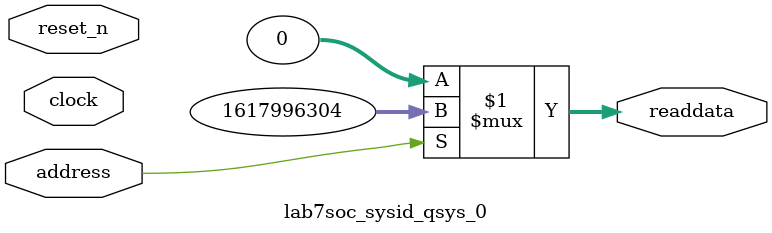
<source format=v>



// synthesis translate_off
`timescale 1ns / 1ps
// synthesis translate_on

// turn off superfluous verilog processor warnings 
// altera message_level Level1 
// altera message_off 10034 10035 10036 10037 10230 10240 10030 

module lab7soc_sysid_qsys_0 (
               // inputs:
                address,
                clock,
                reset_n,

               // outputs:
                readdata
             )
;

  output  [ 31: 0] readdata;
  input            address;
  input            clock;
  input            reset_n;

  wire    [ 31: 0] readdata;
  //control_slave, which is an e_avalon_slave
  assign readdata = address ? 1617996304 : 0;

endmodule



</source>
